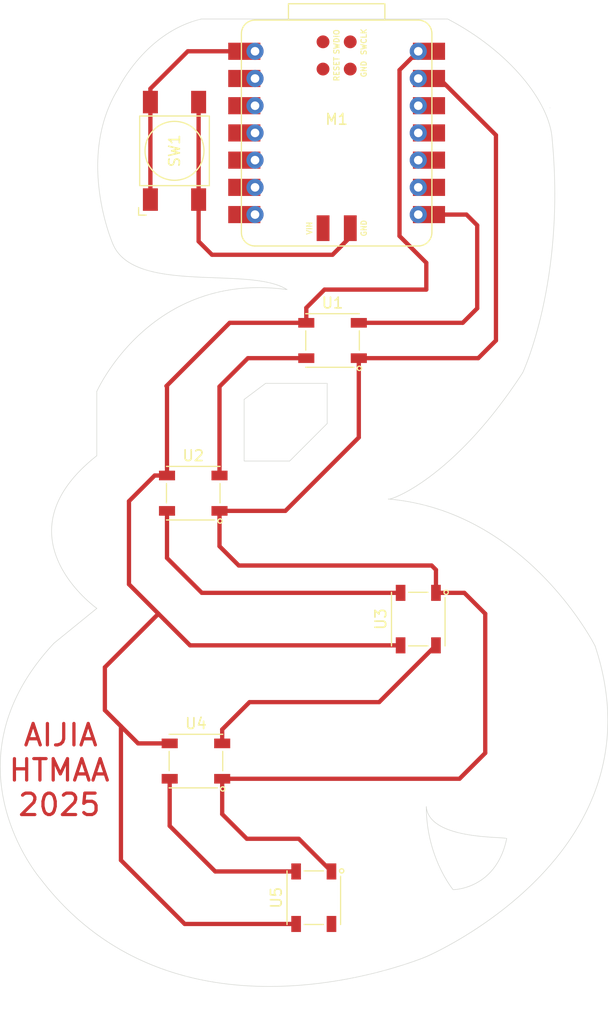
<source format=kicad_pcb>
(kicad_pcb (version 20241229) (generator "pcbnew") (generator_version "9.0")
  (layers (0 "F.Cu" signal) (2 "B.Cu" signal) (13 "F.Paste" user) (15 "B.Paste" user) (5 "F.SilkS" user "F.Silkscreen") (7 "B.SilkS" user "B.Silkscreen") (1 "F.Mask" user) (3 "B.Mask" user) (25 "Edge.Cuts" user))
  (net 0 "")
  (net 9 "/GND")
  (net 10 "/5V")
  (net 13 "/D1")
  (net 18 "/D6")
  (net 19 "/D7")
  (net 20 "/GND_LOW")
  (net 21 "/OUT1")
  (net 22 "/OUT2")
  (net 23 "/OUT3")
  (net 24 "/OUT4")
  (net 25 "/D0")
  (footprint "fab:LED_ADDR_Worldsemi_WS2812B" (layer "F.Cu") (at 147 124 90)
    (property "Reference" "U5" (at 0 -3.5 90) (layer "F.SilkS"))
    (property "Value" "LED_ADDR_Worldsemi_WS2812B")
    (fp_line (start 2.5 -2.5) (end -2.5 -2.5) (stroke (width 0.12)) (layer "F.SilkS"))
    (fp_line (start 2.5 -0.9) (end 2.5 0.9) (stroke (width 0.12)) (layer "F.SilkS"))
    (fp_line (start -2.5 -0.9) (end -2.5 0.9) (stroke (width 0.12)) (layer "F.SilkS"))
    (fp_line (start -2.5 2.5) (end 2 2.5) (stroke (width 0.12)) (layer "F.SilkS"))
    (fp_circle (center 2.5 2.6) (end 2.7 2.6) (stroke (width 0.12)) (fill no) (layer "F.SilkS"))
    (pad "1" smd rect (at -2.45 -1.65 90) (size 1.5 0.9) (layers "F.Cu" "F.Mask" "F.Paste") (net 10 "/5V"))
    (pad "2" smd rect (at -2.45 1.65 90) (size 1.5 0.9) (layers "F.Cu" "F.Mask" "F.Paste"))
    (pad "3" smd rect (at 2.45 1.65 90) (size 1.5 0.9) (layers "F.Cu" "F.Mask" "F.Paste") (net 9 "/GND"))
    (pad "4" smd rect (at 2.45 -1.65 90) (size 1.5 0.9) (layers "F.Cu" "F.Mask" "F.Paste") (net 24 "/OUT4"))
  )
  (footprint "fab:Button_CUIDevices_TS04-66-43-BK-260-SMT_6.0x6.0mm" (layer "F.Cu") (at 134 54.3 90)
    (property "Reference" "SW1" (at 0 0 90) (layer "F.SilkS"))
    (property "Value" "Switch_Tactile_CUIDevices")
    (fp_line (start -6 -3.35) (end -5.3 -3.35) (stroke (width 0.12)) (layer "F.SilkS"))
    (fp_line (start -6 -2.65) (end -6 -3.35) (stroke (width 0.12)) (layer "F.SilkS"))
    (fp_rect (start -3.25 3.25) (end 3.25 -3.25) (stroke (width 0.12)) (fill no) (layer "F.SilkS"))
    (fp_circle (center 0 0) (end 2.75 0) (stroke (width 0.12)) (fill no) (layer "F.SilkS"))
    (pad "1" smd rect (at -4.55 -2.25 90) (size 2.1 1.4) (layers "F.Cu" "F.Mask" "F.Paste") (net 25 "/D0"))
    (pad "2" smd rect (at 4.55 -2.25 90) (size 2.1 1.4) (layers "F.Cu" "F.Mask" "F.Paste") (net 25 "/D0"))
    (pad "3" smd rect (at -4.55 2.25 90) (size 2.1 1.4) (layers "F.Cu" "F.Mask" "F.Paste") (net 20 "/GND_LOW"))
    (pad "4" smd rect (at 4.55 2.25 90) (size 2.1 1.4) (layers "F.Cu" "F.Mask" "F.Paste") (net 20 "/GND_LOW"))
  )
  (footprint "fab:LED_ADDR_Worldsemi_WS2812B" (layer "F.Cu") (at 148.75 72)
    (property "Reference" "U1" (at 0 -3.5 0) (layer "F.SilkS"))
    (property "Value" "LED_ADDR_Worldsemi_WS2812B")
    (fp_line (start -2.5 -0.9) (end -2.5 0.9) (stroke (width 0.12)) (layer "F.SilkS"))
    (fp_line (start -2.5 2.5) (end 2 2.5) (stroke (width 0.12)) (layer "F.SilkS"))
    (fp_line (start 2.5 -2.5) (end -2.5 -2.5) (stroke (width 0.12)) (layer "F.SilkS"))
    (fp_line (start 2.5 -0.9) (end 2.5 0.9) (stroke (width 0.12)) (layer "F.SilkS"))
    (fp_circle (center 2.5 2.6) (end 2.7 2.6) (stroke (width 0.12)) (fill no) (layer "F.SilkS"))
    (pad "1" smd rect (at -2.45 -1.65) (size 1.5 0.9) (layers "F.Cu" "F.Mask" "F.Paste") (net 10 "/5V"))
    (pad "2" smd rect (at -2.45 1.65) (size 1.5 0.9) (layers "F.Cu" "F.Mask" "F.Paste") (net 21 "/OUT1"))
    (pad "3" smd rect (at 2.45 1.65) (size 1.5 0.9) (layers "F.Cu" "F.Mask" "F.Paste") (net 9 "/GND"))
    (pad "4" smd rect (at 2.45 -1.65) (size 1.5 0.9) (layers "F.Cu" "F.Mask" "F.Paste") (net 19 "/D7"))
  )
  (footprint "fab:SeeedStudio_XIAO_RP2040" (layer "F.Cu") (at 149.13 52.63)
    (property "Reference" "M1" (at 0 -1.27 0) (layer "F.SilkS"))
    (property "Value" "Module_XIAO-RP2040")
    (fp_line (start -8.8875 9.281) (end -8.8875 -9.261) (stroke (width 0.12)) (layer "F.SilkS"))
    (fp_line (start -7.6175 -10.531) (end 7.6225 -10.531) (stroke (width 0.12)) (layer "F.SilkS"))
    (fp_line (start 7.6225 10.551) (end -7.6175 10.551) (stroke (width 0.12)) (layer "F.SilkS"))
    (fp_line (start 8.8925 -9.261) (end 8.8925 9.281) (stroke (width 0.12)) (layer "F.SilkS"))
    (fp_rect (start -4.4975 -10.531) (end 4.5025 -12.055) (stroke (width 0.12)) (fill no) (layer "F.SilkS"))
    (fp_arc (start -8.8875 -9.261) (mid -8.515526 -10.159026) (end -7.6175 -10.531) (stroke (width 0.12)) (layer "F.SilkS"))
    (fp_arc (start -7.6175 10.551) (mid -8.515526 10.179026) (end -8.8875 9.281) (stroke (width 0.12)) (layer "F.SilkS"))
    (fp_arc (start 7.6225 -10.531) (mid 8.520526 -10.159026) (end 8.8925 -9.261) (stroke (width 0.12)) (layer "F.SilkS"))
    (fp_arc (start 8.8925 9.281) (mid 8.520526 10.179026) (end 7.6225 10.551) (stroke (width 0.12)) (layer "F.SilkS"))
    (fp_text user "GND" (at 2.545 8.89 90) (layer "F.SilkS") (effects (font (size 0.5 0.5) (thickness 0.1) (bold yes))))
    (fp_text user "SWCLK" (at 2.54 -8.5 90) (layer "F.SilkS") (effects (font (size 0.5 0.5) (thickness 0.1) (bold yes))))
    (fp_text user "VIN" (at -2.535 8.89 90) (layer "F.SilkS") (effects (font (size 0.5 0.5) (thickness 0.1) (bold yes))))
    (fp_text user "GND" (at 2.54 -5.96 90) (layer "F.SilkS") (effects (font (size 0.5 0.5) (thickness 0.1) (bold yes))))
    (fp_text user "SWDIO" (at 0 -8.5 90) (layer "F.SilkS") (effects (font (size 0.5 0.5) (thickness 0.1) (bold yes))))
    (fp_text user "RESET" (at 0 -5.96 90) (layer "F.SilkS") (effects (font (size 0.5 0.5) (thickness 0.1) (bold yes))))
    (pad "1" thru_hole circle (at -7.615 -7.62) (size 1.6 1.6) (drill 0.8) (layers "*.Cu" "*.Mask") (net 25 "/D0"))
    (pad "1" smd rect (at -7.615 -7.62) (size 3 1.6) (drill (offset -1 0)) (layers "F.Cu" "F.Mask" "F.Paste") (net 25 "/D0"))
    (pad "2" thru_hole circle (at -7.615 -5.08) (size 1.6 1.6) (drill 0.8) (layers "*.Cu" "*.Mask") (net 13 "/D1"))
    (pad "2" smd rect (at -7.615 -5.08) (size 3 1.6) (drill (offset -1 0)) (layers "F.Cu" "F.Mask" "F.Paste") (net 13 "/D1"))
    (pad "3" thru_hole circle (at -7.615 -2.54) (size 1.6 1.6) (drill 0.8) (layers "*.Cu" "*.Mask"))
    (pad "3" smd rect (at -7.615 -2.54) (size 3 1.6) (drill (offset -1 0)) (layers "F.Cu" "F.Mask" "F.Paste"))
    (pad "4" thru_hole circle (at -7.615 0) (size 1.6 1.6) (drill 0.8) (layers "*.Cu" "*.Mask"))
    (pad "4" smd rect (at -7.615 0) (size 3 1.6) (drill (offset -1 0)) (layers "F.Cu" "F.Mask" "F.Paste"))
    (pad "5" thru_hole circle (at -7.615 2.54) (size 1.6 1.6) (drill 0.8) (layers "*.Cu" "*.Mask"))
    (pad "5" smd rect (at -7.615 2.54) (size 3 1.6) (drill (offset -1 0)) (layers "F.Cu" "F.Mask" "F.Paste"))
    (pad "6" thru_hole circle (at -7.615 5.08) (size 1.6 1.6) (drill 0.8) (layers "*.Cu" "*.Mask"))
    (pad "6" smd rect (at -7.615 5.08) (size 3 1.6) (drill (offset -1 0)) (layers "F.Cu" "F.Mask" "F.Paste"))
    (pad "7" thru_hole circle (at -7.615 7.62) (size 1.6 1.6) (drill 0.8) (layers "*.Cu" "*.Mask") (net 18 "/D6"))
    (pad "7" smd rect (at -7.615 7.62) (size 3 1.6) (drill (offset -1 0)) (layers "F.Cu" "F.Mask" "F.Paste") (net 18 "/D6"))
    (pad "8" thru_hole circle (at 7.62 7.62) (size 1.6 1.6) (drill 0.8) (layers "*.Cu" "*.Mask") (net 19 "/D7"))
    (pad "8" smd rect (at 7.62 7.62) (size 3 1.6) (drill (offset 1 0)) (layers "F.Cu" "F.Mask" "F.Paste") (net 19 "/D7"))
    (pad "9" thru_hole circle (at 7.62 5.08) (size 1.6 1.6) (drill 0.8) (layers "*.Cu" "*.Mask"))
    (pad "9" smd rect (at 7.62 5.08) (size 3 1.6) (drill (offset 1 0)) (layers "F.Cu" "F.Mask" "F.Paste"))
    (pad "10" thru_hole circle (at 7.62 2.54) (size 1.6 1.6) (drill 0.8) (layers "*.Cu" "*.Mask"))
    (pad "10" smd rect (at 7.62 2.54) (size 3 1.6) (drill (offset 1 0)) (layers "F.Cu" "F.Mask" "F.Paste"))
    (pad "11" thru_hole circle (at 7.62 0) (size 1.6 1.6) (drill 0.8) (layers "*.Cu" "*.Mask"))
    (pad "11" smd rect (at 7.62 0) (size 3 1.6) (drill (offset 1 0)) (layers "F.Cu" "F.Mask" "F.Paste"))
    (pad "12" thru_hole circle (at 7.62 -2.54) (size 1.6 1.6) (drill 0.8) (layers "*.Cu" "*.Mask"))
    (pad "12" smd rect (at 7.62 -2.54) (size 3 1.6) (drill (offset 1 0)) (layers "F.Cu" "F.Mask" "F.Paste"))
    (pad "13" thru_hole circle (at 7.62 -5.08) (size 1.6 1.6) (drill 0.8) (layers "*.Cu" "*.Mask") (net 9 "/GND"))
    (pad "13" smd rect (at 7.62 -5.08) (size 3 1.6) (drill (offset 1 0)) (layers "F.Cu" "F.Mask" "F.Paste") (net 9 "/GND"))
    (pad "14" thru_hole circle (at 7.62 -7.62) (size 1.6 1.6) (drill 0.8) (layers "*.Cu" "*.Mask") (net 10 "/5V"))
    (pad "14" smd rect (at 7.62 -7.62) (size 3 1.6) (drill (offset 1 0)) (layers "F.Cu" "F.Mask" "F.Paste") (net 10 "/5V"))
    (pad "15" smd rect (at 1.275 8.89 270) (size 2.4 1.2) (layers "F.Cu" "F.Mask" "F.Paste") (net 20 "/GND_LOW"))
    (pad "16" smd rect (at -1.265 8.89 270) (size 2.4 1.2) (layers "F.Cu" "F.Mask" "F.Paste"))
    (pad "17" smd circle (at -1.27 -8.5) (size 1.2 1.2) (layers "F.Cu" "F.Mask" "F.Paste"))
    (pad "18" smd circle (at -1.27 -5.96) (size 1.2 1.2) (layers "F.Cu" "F.Mask" "F.Paste"))
    (pad "19" smd circle (at 1.27 -5.96) (size 1.2 1.2) (layers "F.Cu" "F.Mask" "F.Paste"))
    (pad "20" smd circle (at 1.27 -8.5) (size 1.2 1.2) (layers "F.Cu" "F.Mask" "F.Paste"))
  )
  (footprint "fab:LED_ADDR_Worldsemi_WS2812B" (layer "F.Cu") (at 136 111.25)
    (property "Reference" "U4" (at 0 -3.5 0) (layer "F.SilkS"))
    (property "Value" "LED_ADDR_Worldsemi_WS2812B")
    (fp_line (start -2.5 -0.9) (end -2.5 0.9) (stroke (width 0.12)) (layer "F.SilkS"))
    (fp_line (start -2.5 2.5) (end 2 2.5) (stroke (width 0.12)) (layer "F.SilkS"))
    (fp_line (start 2.5 -2.5) (end -2.5 -2.5) (stroke (width 0.12)) (layer "F.SilkS"))
    (fp_line (start 2.5 -0.9) (end 2.5 0.9) (stroke (width 0.12)) (layer "F.SilkS"))
    (fp_circle (center 2.5 2.6) (end 2.7 2.6) (stroke (width 0.12)) (fill no) (layer "F.SilkS"))
    (pad "1" smd rect (at -2.45 -1.65) (size 1.5 0.9) (layers "F.Cu" "F.Mask" "F.Paste") (net 10 "/5V"))
    (pad "2" smd rect (at -2.45 1.65) (size 1.5 0.9) (layers "F.Cu" "F.Mask" "F.Paste") (net 24 "/OUT4"))
    (pad "3" smd rect (at 2.45 1.65) (size 1.5 0.9) (layers "F.Cu" "F.Mask" "F.Paste") (net 9 "/GND"))
    (pad "4" smd rect (at 2.45 -1.65) (size 1.5 0.9) (layers "F.Cu" "F.Mask" "F.Paste") (net 23 "/OUT3"))
  )
  (footprint "fab:LED_ADDR_Worldsemi_WS2812B" (layer "F.Cu") (at 135.75 86.25)
    (property "Reference" "U2" (at 0 -3.5 0) (layer "F.SilkS"))
    (property "Value" "LED_ADDR_Worldsemi_WS2812B")
    (fp_line (start -2.5 -0.9) (end -2.5 0.9) (stroke (width 0.12)) (layer "F.SilkS"))
    (fp_line (start -2.5 2.5) (end 2 2.5) (stroke (width 0.12)) (layer "F.SilkS"))
    (fp_line (start 2.5 -2.5) (end -2.5 -2.5) (stroke (width 0.12)) (layer "F.SilkS"))
    (fp_line (start 2.5 -0.9) (end 2.5 0.9) (stroke (width 0.12)) (layer "F.SilkS"))
    (fp_circle (center 2.5 2.6) (end 2.7 2.6) (stroke (width 0.12)) (fill no) (layer "F.SilkS"))
    (pad "1" smd rect (at -2.45 -1.65) (size 1.5 0.9) (layers "F.Cu" "F.Mask" "F.Paste") (net 10 "/5V"))
    (pad "2" smd rect (at -2.45 1.65) (size 1.5 0.9) (layers "F.Cu" "F.Mask" "F.Paste") (net 22 "/OUT2"))
    (pad "3" smd rect (at 2.45 1.65) (size 1.5 0.9) (layers "F.Cu" "F.Mask" "F.Paste") (net 9 "/GND"))
    (pad "4" smd rect (at 2.45 -1.65) (size 1.5 0.9) (layers "F.Cu" "F.Mask" "F.Paste") (net 21 "/OUT1"))
  )
  (footprint "fab:LED_ADDR_Worldsemi_WS2812B" (layer "F.Cu") (at 156.75 98 90)
    (property "Reference" "U3" (at 0 -3.5 90) (layer "F.SilkS"))
    (property "Value" "LED_ADDR_Worldsemi_WS2812B")
    (fp_line (start 2.5 -2.5) (end -2.5 -2.5) (stroke (width 0.12)) (layer "F.SilkS"))
    (fp_line (start 2.5 -0.9) (end 2.5 0.9) (stroke (width 0.12)) (layer "F.SilkS"))
    (fp_line (start -2.5 -0.9) (end -2.5 0.9) (stroke (width 0.12)) (layer "F.SilkS"))
    (fp_line (start -2.5 2.5) (end 2 2.5) (stroke (width 0.12)) (layer "F.SilkS"))
    (fp_circle (center 2.5 2.6) (end 2.7 2.6) (stroke (width 0.12)) (fill no) (layer "F.SilkS"))
    (pad "1" smd rect (at -2.45 -1.65 90) (size 1.5 0.9) (layers "F.Cu" "F.Mask" "F.Paste") (net 10 "/5V"))
    (pad "2" smd rect (at -2.45 1.65 90) (size 1.5 0.9) (layers "F.Cu" "F.Mask" "F.Paste") (net 23 "/OUT3"))
    (pad "3" smd rect (at 2.45 1.65 90) (size 1.5 0.9) (layers "F.Cu" "F.Mask" "F.Paste") (net 9 "/GND"))
    (pad "4" smd rect (at 2.45 -1.65 90) (size 1.5 0.9) (layers "F.Cu" "F.Mask" "F.Paste") (net 22 "/OUT2"))
  )
  (gr_line (start 148.25 76) (end 142.5 76) (stroke (width 0.05)) (layer "Edge.Cuts"))
  (gr_curve (pts (xy 157.5 129.5) (xy 157.5 129.5) (xy 157.5 129.5) (xy 157.5 129.5)) (stroke (width 0.05)) (layer "Edge.Cuts"))
  (gr_curve (pts (xy 159.5 42) (xy 165.25 45) (xy 169.04073 49.75) (xy 169.25 53.25)) (stroke (width 0.05)) (layer "Edge.Cuts"))
  (gr_curve (pts (xy 169.04073 50.29073) (xy 169.04073 50.29073) (xy 169.04073 50.29073) (xy 169.04073 50.29073)) (stroke (width 0.05)) (layer "Edge.Cuts"))
  (gr_curve (pts (xy 165 118.5) (xy 164 123.25) (xy 160 123.25) (xy 160 123.25)) (stroke (width 0.05)) (layer "Edge.Cuts"))
  (gr_curve (pts (xy 144.5 67.25) (xy 131.75 65.5) (xy 126.75 76.75) (xy 126.75 76.75)) (stroke (width 0.05)) (layer "Edge.Cuts"))
  (gr_curve (pts (xy 122.75 100.25) (xy 112.25 111.5) (xy 121.5 122.25) (xy 121.5 122.25)) (stroke (width 0.05)) (layer "Edge.Cuts"))
  (gr_curve (pts (xy 136.5 42) (xy 136.5 42) (xy 136.5 42) (xy 136.5 42)) (stroke (width 0.05)) (layer "Edge.Cuts"))
  (gr_line (start 148.25 79.75) (end 148.25 76) (stroke (width 0.05)) (layer "Edge.Cuts"))
  (gr_curve (pts (xy 157.5 115.5) (xy 157.75 118.75) (xy 165.25 118.25) (xy 165 118.5)) (stroke (width 0.05)) (layer "Edge.Cuts"))
  (gr_curve (pts (xy 128.25 63) (xy 130.25 67.75) (xy 141 65) (xy 144.5 67.25)) (stroke (width 0.05)) (layer "Edge.Cuts"))
  (gr_curve (pts (xy 173.25 100.5) (xy 179.75 120) (xy 157.5 129.5) (xy 157.5 129.5)) (stroke (width 0.05)) (layer "Edge.Cuts"))
  (gr_line (start 159.5 42) (end 136.5 42) (stroke (width 0.05)) (layer "Edge.Cuts"))
  (gr_line (start 126.75 76.75) (end 126.75 82.75) (stroke (width 0.05)) (layer "Edge.Cuts"))
  (gr_curve (pts (xy 169.25 53.25) (xy 170.5 66.5) (xy 166.5 75) (xy 166.5 75)) (stroke (width 0.05)) (layer "Edge.Cuts"))
  (gr_curve (pts (xy 166.5 75) (xy 160 85) (xy 154 87) (xy 153.956406 86.793594)) (stroke (width 0.05)) (layer "Edge.Cuts"))
  (gr_line (start 140.5 83.25) (end 144.75 83.25) (stroke (width 0.05)) (layer "Edge.Cuts"))
  (gr_curve (pts (xy 157.5 115.5) (xy 157.5 120.25) (xy 160 123.25) (xy 160 123.25)) (stroke (width 0.05)) (layer "Edge.Cuts"))
  (gr_curve (pts (xy 153.956406 86.793594) (xy 166.912631 87.912631) (xy 173.25 100.5) (xy 173.25 100.5)) (stroke (width 0.05)) (layer "Edge.Cuts"))
  (gr_line (start 140.5 77.5) (end 140.5 83.25) (stroke (width 0.05)) (layer "Edge.Cuts"))
  (gr_curve (pts (xy 126.75 82.75) (xy 117.25 90.25) (xy 126.75 97) (xy 126.75 97)) (stroke (width 0.05)) (layer "Edge.Cuts"))
  (gr_line (start 142.5 76) (end 140.5 77.5) (stroke (width 0.05)) (layer "Edge.Cuts"))
  (gr_line (start 126.75 97) (end 122.75 100.25) (stroke (width 0.05)) (layer "Edge.Cuts"))
  (gr_curve (pts (xy 166.5 75) (xy 166.5 75) (xy 166.5 75) (xy 166.5 75)) (stroke (width 0.05)) (layer "Edge.Cuts"))
  (gr_curve (pts (xy 128.75 48.5) (xy 124.75 55) (xy 128.25 63) (xy 128.25 63)) (stroke (width 0.05)) (layer "Edge.Cuts"))
  (gr_curve (pts (xy 121.5 122.25) (xy 134.5 139.25) (xy 157.5 129.5) (xy 157.5 129.5)) (stroke (width 0.05)) (layer "Edge.Cuts"))
  (gr_line (start 144.75 83.25) (end 148.25 79.75) (stroke (width 0.05)) (layer "Edge.Cuts"))
  (gr_curve (pts (xy 136.5 42) (xy 131.25 43.25) (xy 128.75 48.5) (xy 128.75 48.5)) (stroke (width 0.05)) (layer "Edge.Cuts"))
  (gr_text "HTMAA\n2025" (at 123.25 116.5 0) (layer "F.Cu") (effects (font (size 2 2) (thickness 0.3)) (justify bottom)))
  (gr_text "AIJIA" (at 119.75 110 0) (layer "F.Cu") (effects (font (size 2 2) (thickness 0.3)) (justify left bottom)))
  (segment (start 138.45 116.2) (end 140.75 118.5) (width 0.4) (layer "F.Cu") (net 9))
  (segment (start 151.2 73.65) (end 162.35 73.65) (width 0.4) (layer "F.Cu") (net 9))
  (segment (start 162.35 73.65) (end 164 72) (width 0.4) (layer "F.Cu") (net 9))
  (segment (start 164 72) (end 164 52.838) (width 0.4) (layer "F.Cu") (net 9))
  (segment (start 140.75 118.5) (end 145.6 118.5) (width 0.4) (layer "F.Cu") (net 9))
  (segment (start 161.05 95.55) (end 163 97.5) (width 0.4) (layer "F.Cu") (net 9))
  (segment (start 160.6 112.9) (end 138.45 112.9) (width 0.4) (layer "F.Cu") (net 9))
  (segment (start 145.6 118.5) (end 148.65 121.55) (width 0.4) (layer "F.Cu") (net 9))
  (segment (start 158.4 93.4) (end 158.4 95.55) (width 0.4) (layer "F.Cu") (net 9))
  (segment (start 163 97.5) (end 163 110.5) (width 0.4) (layer "F.Cu") (net 9))
  (segment (start 158.712 47.55) (end 156.75 47.55) (width 0.4) (layer "F.Cu") (net 9))
  (segment (start 138.45 112.9) (end 138.45 116.2) (width 0.4) (layer "F.Cu") (net 9))
  (segment (start 151.2 81.05) (end 151.2 73.65) (width 0.4) (layer "F.Cu") (net 9))
  (segment (start 138.2 91.2) (end 140 93) (width 0.4) (layer "F.Cu") (net 9))
  (segment (start 158 93) (end 158.4 93.4) (width 0.4) (layer "F.Cu") (net 9))
  (segment (start 158.4 95.55) (end 161.05 95.55) (width 0.4) (layer "F.Cu") (net 9))
  (segment (start 140 93) (end 158 93) (width 0.4) (layer "F.Cu") (net 9))
  (segment (start 144.35 87.9) (end 151.2 81.05) (width 0.4) (layer "F.Cu") (net 9))
  (segment (start 163 110.5) (end 160.6 112.9) (width 0.4) (layer "F.Cu") (net 9))
  (segment (start 138.2 87.9) (end 138.2 91.2) (width 0.4) (layer "F.Cu") (net 9))
  (segment (start 138.2 87.9) (end 144.35 87.9) (width 0.4) (layer "F.Cu") (net 9))
  (segment (start 164 52.838) (end 158.712 47.55) (width 0.4) (layer "F.Cu") (net 9))
  (segment (start 129.75 94.75) (end 132.5 97.5) (width 0.4) (layer "F.Cu") (net 10))
  (segment (start 157.5 64.75) (end 157.5 67.25) (width 0.4) (layer "F.Cu") (net 10))
  (segment (start 133.3 84.6) (end 132.15 84.6) (width 0.4) (layer "F.Cu") (net 10))
  (segment (start 133.25 76.25) (end 133.3 76.3) (width 0.4) (layer "F.Cu") (net 10))
  (segment (start 132.5 97.5) (end 127.5 102.5) (width 0.4) (layer "F.Cu") (net 10))
  (segment (start 156.75 45.01) (end 155 46.76) (width 0.4) (layer "F.Cu") (net 10))
  (segment (start 135.45 100.45) (end 155.1 100.45) (width 0.4) (layer "F.Cu") (net 10))
  (segment (start 157.5 67.25) (end 148 67.25) (width 0.4) (layer "F.Cu") (net 10))
  (segment (start 127.5 106.5) (end 128.625 107.625) (width 0.4) (layer "F.Cu") (net 10))
  (segment (start 132.5 97.5) (end 133.125 98.125) (width 0.4) (layer "F.Cu") (net 10))
  (segment (start 148 67.25) (end 146.3 68.95) (width 0.4) (layer "F.Cu") (net 10))
  (segment (start 145.35 126.45) (end 134.95 126.45) (width 0.4) (layer "F.Cu") (net 10))
  (segment (start 129 120.5) (end 129 108) (width 0.4) (layer "F.Cu") (net 10))
  (segment (start 146.3 70.35) (end 139.15 70.35) (width 0.4) (layer "F.Cu") (net 10))
  (segment (start 133.125 98.125) (end 135.45 100.45) (width 0.4) (layer "F.Cu") (net 10))
  (segment (start 155 62.25) (end 157.5 64.75) (width 0.4) (layer "F.Cu") (net 10))
  (segment (start 155 46.76) (end 155 62.25) (width 0.4) (layer "F.Cu") (net 10))
  (segment (start 128.625 107.625) (end 129 108) (width 0.4) (layer "F.Cu") (net 10))
  (segment (start 139.15 70.35) (end 133.25 76.25) (width 0.4) (layer "F.Cu") (net 10))
  (segment (start 134.95 126.45) (end 129 120.5) (width 0.4) (layer "F.Cu") (net 10))
  (segment (start 127.5 102.5) (end 127.5 106.5) (width 0.4) (layer "F.Cu") (net 10))
  (segment (start 129 108) (end 130.6 109.6) (width 0.4) (layer "F.Cu") (net 10))
  (segment (start 129.75 87) (end 129.75 94.75) (width 0.4) (layer "F.Cu") (net 10))
  (segment (start 146.3 68.95) (end 146.3 70.35) (width 0.4) (layer "F.Cu") (net 10))
  (segment (start 132.15 84.6) (end 129.75 87) (width 0.4) (layer "F.Cu") (net 10))
  (segment (start 133.3 76.3) (end 133.3 84.6) (width 0.4) (layer "F.Cu") (net 10))
  (segment (start 130.6 109.6) (end 133.55 109.6) (width 0.4) (layer "F.Cu") (net 10))
  (segment (start 151.2 70.35) (end 160.9 70.35) (width 0.4) (layer "F.Cu") (net 19))
  (segment (start 162.25 69) (end 162.25 61.25) (width 0.4) (layer "F.Cu") (net 19))
  (segment (start 162.25 61.25) (end 161.25 60.25) (width 0.4) (layer "F.Cu") (net 19))
  (segment (start 160.9 70.35) (end 162.25 69) (width 0.4) (layer "F.Cu") (net 19))
  (segment (start 161.25 60.25) (end 156.75 60.25) (width 0.4) (layer "F.Cu") (net 19))
  (segment (start 136.25 62.75) (end 137.5 64) (width 0.4) (layer "F.Cu") (net 20))
  (segment (start 148.75 64) (end 150.405 62.345) (width 0.4) (layer "F.Cu") (net 20))
  (segment (start 150.405 62.345) (end 150.405 61.52) (width 0.4) (layer "F.Cu") (net 20))
  (segment (start 137.5 64) (end 148.75 64) (width 0.4) (layer "F.Cu") (net 20))
  (segment (start 136.25 49.75) (end 136.25 58.85) (width 0.4) (layer "F.Cu") (net 20))
  (segment (start 136.25 58.85) (end 136.25 62.75) (width 0.4) (layer "F.Cu") (net 20))
  (segment (start 138.2 76.3) (end 138.2 84.6) (width 0.4) (layer "F.Cu") (net 21))
  (segment (start 146.3 73.65) (end 140.85 73.65) (width 0.4) (layer "F.Cu") (net 21))
  (segment (start 140.85 73.65) (end 138.2 76.3) (width 0.4) (layer "F.Cu") (net 21))
  (segment (start 133.3 87.9) (end 133.3 92.3) (width 0.4) (layer "F.Cu") (net 22))
  (segment (start 136.55 95.55) (end 155.1 95.55) (width 0.4) (layer "F.Cu") (net 22))
  (segment (start 133.3 92.3) (end 136.55 95.55) (width 0.4) (layer "F.Cu") (net 22))
  (segment (start 141 105.75) (end 138.45 108.3) (width 0.4) (layer "F.Cu") (net 23))
  (segment (start 138.45 108.3) (end 138.45 109.6) (width 0.4) (layer "F.Cu") (net 23))
  (segment (start 158.4 100.45) (end 153.1 105.75) (width 0.4) (layer "F.Cu") (net 23))
  (segment (start 153.1 105.75) (end 141 105.75) (width 0.4) (layer "F.Cu") (net 23))
  (segment (start 137.8 121.55) (end 145.35 121.55) (width 0.4) (layer "F.Cu") (net 24))
  (segment (start 133.55 112.9) (end 133.55 117.3) (width 0.4) (layer "F.Cu") (net 24))
  (segment (start 133.55 117.3) (end 137.8 121.55) (width 0.4) (layer "F.Cu") (net 24))
  (segment (start 131.75 49.75) (end 131.75 58.85) (width 0.4) (layer "F.Cu") (net 25))
  (segment (start 135.24 45.01) (end 131.75 48.5) (width 0.4) (layer "F.Cu") (net 25))
  (segment (start 131.75 48.5) (end 131.75 49.75) (width 0.4) (layer "F.Cu") (net 25))
  (segment (start 141.515 45.01) (end 135.24 45.01) (width 0.4) (layer "F.Cu") (net 25))
)
</source>
